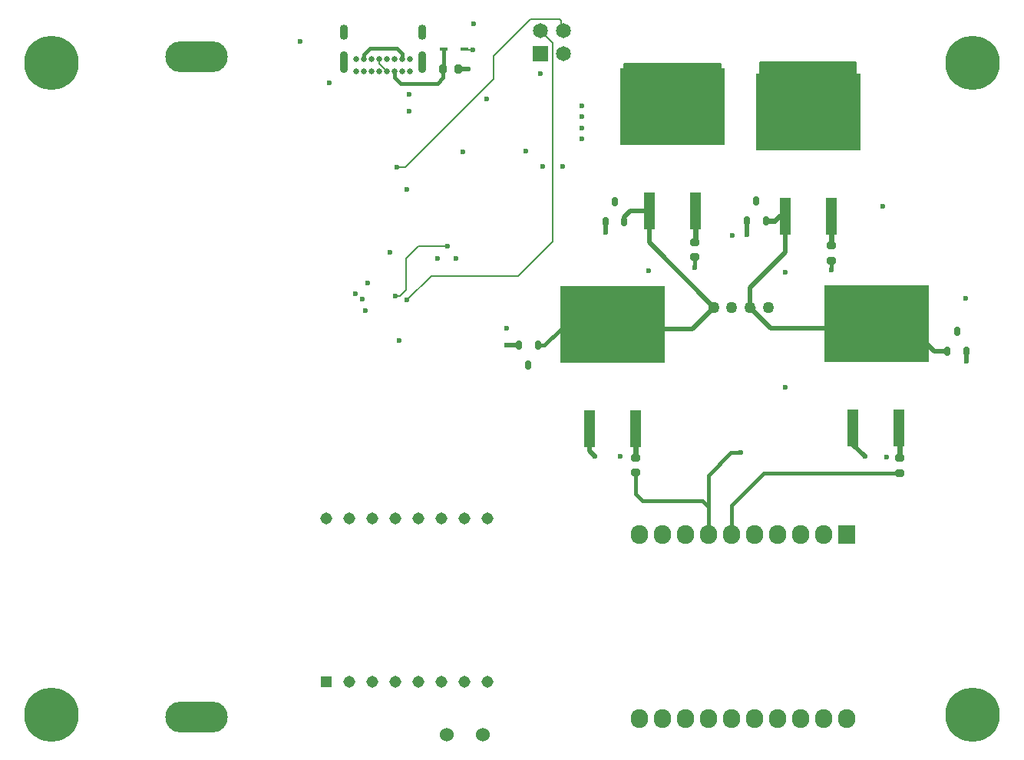
<source format=gbr>
%TF.GenerationSoftware,KiCad,Pcbnew,8.0.0*%
%TF.CreationDate,2025-02-08T12:11:07-03:30*%
%TF.ProjectId,H_Bridges,485f4272-6964-4676-9573-2e6b69636164,rev?*%
%TF.SameCoordinates,Original*%
%TF.FileFunction,Copper,L4,Bot*%
%TF.FilePolarity,Positive*%
%FSLAX46Y46*%
G04 Gerber Fmt 4.6, Leading zero omitted, Abs format (unit mm)*
G04 Created by KiCad (PCBNEW 8.0.0) date 2025-02-08 12:11:07*
%MOMM*%
%LPD*%
G01*
G04 APERTURE LIST*
G04 Aperture macros list*
%AMRoundRect*
0 Rectangle with rounded corners*
0 $1 Rounding radius*
0 $2 $3 $4 $5 $6 $7 $8 $9 X,Y pos of 4 corners*
0 Add a 4 corners polygon primitive as box body*
4,1,4,$2,$3,$4,$5,$6,$7,$8,$9,$2,$3,0*
0 Add four circle primitives for the rounded corners*
1,1,$1+$1,$2,$3*
1,1,$1+$1,$4,$5*
1,1,$1+$1,$6,$7*
1,1,$1+$1,$8,$9*
0 Add four rect primitives between the rounded corners*
20,1,$1+$1,$2,$3,$4,$5,0*
20,1,$1+$1,$4,$5,$6,$7,0*
20,1,$1+$1,$6,$7,$8,$9,0*
20,1,$1+$1,$8,$9,$2,$3,0*%
G04 Aperture macros list end*
%TA.AperFunction,Conductor*%
%ADD10C,0.200000*%
%TD*%
%TA.AperFunction,ComponentPad*%
%ADD11C,3.400000*%
%TD*%
%TA.AperFunction,ConnectorPad*%
%ADD12C,6.000000*%
%TD*%
%TA.AperFunction,ComponentPad*%
%ADD13O,6.880000X3.440000*%
%TD*%
%TA.AperFunction,ComponentPad*%
%ADD14C,0.650000*%
%TD*%
%TA.AperFunction,ComponentPad*%
%ADD15O,0.900000X1.700000*%
%TD*%
%TA.AperFunction,ComponentPad*%
%ADD16O,0.900000X2.400000*%
%TD*%
%TA.AperFunction,ComponentPad*%
%ADD17R,1.900000X2.100000*%
%TD*%
%TA.AperFunction,ComponentPad*%
%ADD18O,1.900000X2.100000*%
%TD*%
%TA.AperFunction,ComponentPad*%
%ADD19C,1.524000*%
%TD*%
%TA.AperFunction,ComponentPad*%
%ADD20R,1.308000X1.308000*%
%TD*%
%TA.AperFunction,ComponentPad*%
%ADD21C,1.308000*%
%TD*%
%TA.AperFunction,ComponentPad*%
%ADD22R,1.651000X1.651000*%
%TD*%
%TA.AperFunction,ComponentPad*%
%ADD23C,1.651000*%
%TD*%
%TA.AperFunction,SMDPad,CuDef*%
%ADD24RoundRect,0.150000X0.150000X-0.350000X0.150000X0.350000X-0.150000X0.350000X-0.150000X-0.350000X0*%
%TD*%
%TA.AperFunction,SMDPad,CuDef*%
%ADD25RoundRect,0.200000X0.275000X-0.200000X0.275000X0.200000X-0.275000X0.200000X-0.275000X-0.200000X0*%
%TD*%
%TA.AperFunction,SMDPad,CuDef*%
%ADD26RoundRect,0.200000X-0.200000X-0.275000X0.200000X-0.275000X0.200000X0.275000X-0.200000X0.275000X0*%
%TD*%
%TA.AperFunction,ComponentPad*%
%ADD27C,1.270000*%
%TD*%
%TA.AperFunction,SMDPad,CuDef*%
%ADD28R,0.812800X0.355600*%
%TD*%
%TA.AperFunction,SMDPad,CuDef*%
%ADD29R,1.244600X4.064000*%
%TD*%
%TA.AperFunction,SMDPad,CuDef*%
%ADD30R,11.531600X8.559800*%
%TD*%
%TA.AperFunction,SMDPad,CuDef*%
%ADD31RoundRect,0.150000X-0.150000X0.350000X-0.150000X-0.350000X0.150000X-0.350000X0.150000X0.350000X0*%
%TD*%
%TA.AperFunction,SMDPad,CuDef*%
%ADD32RoundRect,0.200000X-0.275000X0.200000X-0.275000X-0.200000X0.275000X-0.200000X0.275000X0.200000X0*%
%TD*%
%TA.AperFunction,ViaPad*%
%ADD33C,0.600000*%
%TD*%
%TA.AperFunction,Conductor*%
%ADD34C,0.500000*%
%TD*%
%TA.AperFunction,Conductor*%
%ADD35C,0.400000*%
%TD*%
%TA.AperFunction,Conductor*%
%ADD36C,0.600000*%
%TD*%
G04 APERTURE END LIST*
%TO.N,+5V*%
D10*
X163800000Y-52200000D02*
X174450000Y-52200000D01*
X174450000Y-56100000D01*
X163800000Y-56100000D01*
X163800000Y-52200000D01*
%TA.AperFunction,Conductor*%
G36*
X163800000Y-52200000D02*
G01*
X174450000Y-52200000D01*
X174450000Y-56100000D01*
X163800000Y-56100000D01*
X163800000Y-52200000D01*
G37*
%TD.AperFunction*%
X148875000Y-52300000D02*
X159525000Y-52300000D01*
X159525000Y-56450000D01*
X148875000Y-56450000D01*
X148875000Y-52300000D01*
%TA.AperFunction,Conductor*%
G36*
X148875000Y-52300000D02*
G01*
X159525000Y-52300000D01*
X159525000Y-56450000D01*
X148875000Y-56450000D01*
X148875000Y-52300000D01*
G37*
%TD.AperFunction*%
%TD*%
D11*
%TO.P,H4,1*%
%TO.N,unconnected-(H4-Pad1)*%
X187300000Y-124200000D03*
D12*
X187300000Y-124200000D03*
%TD*%
D11*
%TO.P,H1,1*%
%TO.N,unconnected-(H1-Pad1)*%
X187300000Y-52250000D03*
D12*
X187300000Y-52250000D03*
%TD*%
D11*
%TO.P,H3,1*%
%TO.N,unconnected-(H3-Pad1)*%
X85700000Y-124200000D03*
D12*
X85700000Y-124200000D03*
%TD*%
D13*
%TO.P,BT1,N*%
%TO.N,GND*%
X101700000Y-124450000D03*
%TO.P,BT1,P*%
%TO.N,Net-(D10-K)*%
X101700000Y-51550000D03*
%TD*%
D11*
%TO.P,H2,1*%
%TO.N,unconnected-(H2-Pad1)*%
X85700000Y-52250000D03*
D12*
X85700000Y-52250000D03*
%TD*%
D14*
%TO.P,J2,A1,GND*%
%TO.N,GND*%
X125225000Y-53180000D03*
%TO.P,J2,A4,VBUS*%
%TO.N,/Charger/VBUS*%
X124375000Y-53180000D03*
%TO.P,J2,A5,CC1*%
%TO.N,/Charger/CC1*%
X123525000Y-53180000D03*
%TO.P,J2,A6,DP1*%
%TO.N,/Charger/DP*%
X122675000Y-53180000D03*
%TO.P,J2,A7,DN1*%
%TO.N,/Charger/DN*%
X121825000Y-53180000D03*
%TO.P,J2,A8,SBU1*%
%TO.N,unconnected-(J2-SBU1-PadA8)*%
X120975000Y-53180000D03*
%TO.P,J2,A9,VBUS*%
%TO.N,/Charger/VBUS*%
X120125000Y-53180000D03*
%TO.P,J2,A12,GND*%
%TO.N,GND*%
X119275000Y-53180000D03*
%TO.P,J2,B1,GND*%
X119275000Y-51830000D03*
%TO.P,J2,B4,VBUS*%
%TO.N,/Charger/VBUS*%
X120125000Y-51830000D03*
%TO.P,J2,B5,CC2*%
%TO.N,/Charger/CC2*%
X120975000Y-51830000D03*
%TO.P,J2,B6,DP2*%
%TO.N,/Charger/DP*%
X121825000Y-51830000D03*
%TO.P,J2,B7,DN2*%
%TO.N,/Charger/DN*%
X122675000Y-51830000D03*
%TO.P,J2,B8,SBU2*%
%TO.N,unconnected-(J2-SBU2-PadB8)*%
X123525000Y-51830000D03*
%TO.P,J2,B9,VBUS*%
%TO.N,/Charger/VBUS*%
X124375000Y-51830000D03*
%TO.P,J2,B12,GND*%
%TO.N,GND*%
X125225000Y-51830000D03*
D15*
%TO.P,J2,S1,SHELL*%
X126575000Y-48820000D03*
%TO.P,J2,S2,SHELL*%
X117925000Y-48820000D03*
D16*
%TO.P,J2,S3,SHELL*%
X126575000Y-52200000D03*
%TO.P,J2,S4,SHELL*%
X117925000Y-52200000D03*
%TD*%
D17*
%TO.P,U1,1,RESET_5V*%
%TO.N,unconnected-(U1-RESET_5V-Pad1)*%
X173390000Y-104300000D03*
D18*
%TO.P,U1,2,ADC*%
%TO.N,unconnected-(U1-ADC-Pad2)*%
X170850000Y-104300000D03*
%TO.P,U1,3,CH_PD*%
%TO.N,unconnected-(U1-CH_PD-Pad3)*%
X168310000Y-104300000D03*
%TO.P,U1,4,GPIO16*%
%TO.N,/P2*%
X165770000Y-104300000D03*
%TO.P,U1,5,GPIO14*%
%TO.N,/P1*%
X163230000Y-104300000D03*
%TO.P,U1,6,GPIO12*%
%TO.N,/P3*%
X160690000Y-104300000D03*
%TO.P,U1,7,GPIO13*%
%TO.N,/P4*%
X158150000Y-104300000D03*
%TO.P,U1,8,VIN*%
%TO.N,unconnected-(U1-VIN-Pad8)*%
X155610000Y-104300000D03*
%TO.P,U1,9,VBAT*%
%TO.N,+5V*%
X153070000Y-104300000D03*
%TO.P,U1,10,GND*%
%TO.N,GND*%
X150530000Y-104300000D03*
%TO.P,U1,11,GND*%
X150530000Y-124620000D03*
%TO.P,U1,12,LDO_EN*%
%TO.N,unconnected-(U1-LDO_EN-Pad12)*%
X153070000Y-124620000D03*
%TO.P,U1,13,3.3V*%
%TO.N,+3V3*%
X155610000Y-124620000D03*
%TO.P,U1,14,GPIO15*%
%TO.N,unconnected-(U1-GPIO15-Pad14)*%
X158150000Y-124620000D03*
%TO.P,U1,15,GPIO2*%
%TO.N,unconnected-(U1-GPIO2-Pad15)*%
X160690000Y-124620000D03*
%TO.P,U1,16,GPIO0*%
%TO.N,unconnected-(U1-GPIO0-Pad16)*%
X163230000Y-124620000D03*
%TO.P,U1,17,GPIO4*%
%TO.N,unconnected-(U1-GPIO4-Pad17)*%
X165770000Y-124620000D03*
%TO.P,U1,18,GPIO5*%
%TO.N,unconnected-(U1-GPIO5-Pad18)*%
X168310000Y-124620000D03*
%TO.P,U1,19,RXD*%
%TO.N,/MP3_TX*%
X170850000Y-124620000D03*
%TO.P,U1,20,TXD*%
%TO.N,/MP3_RX*%
X173390000Y-124620000D03*
%TD*%
D19*
%TO.P,LS1,1,1*%
%TO.N,/SPK+*%
X129250000Y-126450000D03*
%TO.P,LS1,2,2*%
%TO.N,/SPK-*%
X133250000Y-126450000D03*
%TD*%
D20*
%TO.P,U4,1,VCC*%
%TO.N,+3V3*%
X116000000Y-120600000D03*
D21*
%TO.P,U4,2,RX*%
%TO.N,Net-(U4-RX)*%
X118540000Y-120600000D03*
%TO.P,U4,3,TX*%
%TO.N,Net-(U4-TX)*%
X121080000Y-120600000D03*
%TO.P,U4,4,DAC_R*%
%TO.N,unconnected-(U4-DAC_R-Pad4)*%
X123620000Y-120600000D03*
%TO.P,U4,5,DAC_L*%
%TO.N,unconnected-(U4-DAC_L-Pad5)*%
X126160000Y-120600000D03*
%TO.P,U4,6,SPK1*%
%TO.N,/SPK+*%
X128700000Y-120600000D03*
%TO.P,U4,7,GND*%
%TO.N,GND*%
X131240000Y-120600000D03*
%TO.P,U4,8,SPK2*%
%TO.N,/SPK-*%
X133780000Y-120600000D03*
%TO.P,U4,9,IO1*%
%TO.N,unconnected-(U4-IO1-Pad9)*%
X133780000Y-102566000D03*
%TO.P,U4,10,GND__1*%
%TO.N,GND*%
X131240000Y-102566000D03*
%TO.P,U4,11,IO2*%
%TO.N,unconnected-(U4-IO2-Pad11)*%
X128700000Y-102566000D03*
%TO.P,U4,12,ADKEY1*%
%TO.N,unconnected-(U4-ADKEY1-Pad12)*%
X126160000Y-102566000D03*
%TO.P,U4,13,ADKEY2*%
%TO.N,unconnected-(U4-ADKEY2-Pad13)*%
X123620000Y-102566000D03*
%TO.P,U4,14,USB+*%
%TO.N,unconnected-(U4-USB+-Pad14)*%
X121080000Y-102566000D03*
%TO.P,U4,15,USB-*%
%TO.N,unconnected-(U4-USB--Pad15)*%
X118540000Y-102566000D03*
%TO.P,U4,16,BUSY*%
%TO.N,unconnected-(U4-BUSY-Pad16)*%
X116000000Y-102566000D03*
%TD*%
D22*
%TO.P,LED1,1,1*%
%TO.N,GND*%
X139611000Y-51267200D03*
D23*
%TO.P,LED1,2,2*%
%TO.N,Net-(LED1-Pad2)*%
X142151000Y-51267200D03*
%TO.P,LED1,3,3*%
%TO.N,Net-(U2-\u002ACHG)*%
X139611000Y-48727200D03*
%TO.P,LED1,4,4*%
%TO.N,VDD*%
X142151000Y-48727200D03*
%TD*%
D24*
%TO.P,D9,1,A*%
%TO.N,GND*%
X186580000Y-84100000D03*
%TO.P,D9,2,C*%
%TO.N,/Coil_B-*%
X184520000Y-84100000D03*
%TO.P,D9,3*%
%TO.N,N/C*%
X185550000Y-81900000D03*
%TD*%
D25*
%TO.P,R6,1*%
%TO.N,/P4*%
X150100000Y-97475000D03*
%TO.P,R6,2*%
%TO.N,Net-(Q6-Pad1)*%
X150100000Y-95825000D03*
%TD*%
%TO.P,R5,1*%
%TO.N,/P3*%
X156650000Y-73675000D03*
%TO.P,R5,2*%
%TO.N,Net-(Q5-Pad1)*%
X156650000Y-72025000D03*
%TD*%
D26*
%TO.P,R13,1*%
%TO.N,/Charger/CC1*%
X128877600Y-52910000D03*
%TO.P,R13,2*%
%TO.N,GND*%
X130527600Y-52910000D03*
%TD*%
D27*
%TO.P,J1,1,1*%
%TO.N,/Coil_A+*%
X164735849Y-79223350D03*
%TO.P,J1,2,2*%
%TO.N,/Coil_B-*%
X162735850Y-79223350D03*
%TO.P,J1,3,3*%
%TO.N,/Coil_A-*%
X160735849Y-79223350D03*
%TO.P,J1,4,4*%
%TO.N,/Coil_B+*%
X158735851Y-79223350D03*
%TD*%
D25*
%TO.P,R8,1*%
%TO.N,/P3*%
X179250000Y-97537700D03*
%TO.P,R8,2*%
%TO.N,Net-(Q8-Pad1)*%
X179250000Y-95887700D03*
%TD*%
D28*
%TO.P,D13,1,K*%
%TO.N,/Charger/CC1*%
X128982400Y-50760000D03*
%TO.P,D13,2,A*%
%TO.N,GND*%
X131217600Y-50760000D03*
%TD*%
D29*
%TO.P,Q6,1*%
%TO.N,Net-(Q6-Pad1)*%
X150090000Y-92626200D03*
D30*
%TO.P,Q6,2*%
%TO.N,/Coil_B+*%
X147600800Y-81107300D03*
D29*
%TO.P,Q6,3*%
%TO.N,GND*%
X145010000Y-92626200D03*
%TD*%
D31*
%TO.P,D7,1,A*%
%TO.N,GND*%
X137270000Y-83400000D03*
%TO.P,D7,2,C*%
%TO.N,/Coil_B+*%
X139330000Y-83400000D03*
%TO.P,D7,3*%
%TO.N,N/C*%
X138300000Y-85600000D03*
%TD*%
D29*
%TO.P,Q8,1*%
%TO.N,Net-(Q8-Pad1)*%
X179190000Y-92574000D03*
D30*
%TO.P,Q8,2*%
%TO.N,/Coil_B-*%
X176700800Y-81055100D03*
D29*
%TO.P,Q8,3*%
%TO.N,GND*%
X174110000Y-92574000D03*
%TD*%
D24*
%TO.P,D8,1,A*%
%TO.N,/Coil_B-*%
X164470750Y-69710750D03*
%TO.P,D8,2,C*%
%TO.N,+5V*%
X162410750Y-69710750D03*
%TO.P,D8,3*%
%TO.N,N/C*%
X163440750Y-67510750D03*
%TD*%
D32*
%TO.P,R7,1*%
%TO.N,Net-(Q7-Pad1)*%
X171700000Y-72425000D03*
%TO.P,R7,2*%
%TO.N,/P4*%
X171700000Y-74075000D03*
%TD*%
D29*
%TO.P,Q5,1*%
%TO.N,Net-(Q5-Pad1)*%
X156680750Y-68591950D03*
D30*
%TO.P,Q5,2*%
%TO.N,+5V*%
X154191550Y-57073050D03*
D29*
%TO.P,Q5,3*%
%TO.N,/Coil_B+*%
X151600750Y-68591950D03*
%TD*%
%TO.P,Q7,1*%
%TO.N,Net-(Q7-Pad1)*%
X171690000Y-69174000D03*
D30*
%TO.P,Q7,2*%
%TO.N,+5V*%
X169200800Y-57655100D03*
D29*
%TO.P,Q7,3*%
%TO.N,/Coil_B-*%
X166610000Y-69174000D03*
%TD*%
D24*
%TO.P,D6,1,A*%
%TO.N,/Coil_B+*%
X148870750Y-69740750D03*
%TO.P,D6,2,C*%
%TO.N,+5V*%
X146810750Y-69740750D03*
%TO.P,D6,3*%
%TO.N,N/C*%
X147840750Y-67540750D03*
%TD*%
D33*
%TO.N,GND*%
X177400000Y-68100000D03*
X139600000Y-53450000D03*
X124050000Y-82900000D03*
X177800000Y-95750000D03*
X132270000Y-47940000D03*
X135859250Y-81559250D03*
X133700000Y-56200000D03*
X138000000Y-61950000D03*
X124925000Y-66260000D03*
X131100000Y-62050000D03*
X125125000Y-57580000D03*
X113100000Y-49920000D03*
X116300000Y-54420000D03*
X142100000Y-63650000D03*
X130289734Y-73800834D03*
X125125000Y-55680000D03*
X148450000Y-95650000D03*
X139900000Y-63650000D03*
X128289734Y-73800834D03*
X119950000Y-78300000D03*
X120550000Y-76550000D03*
X123000000Y-73200000D03*
X145600000Y-95650000D03*
X175400000Y-95700000D03*
X132180000Y-50790000D03*
X186600000Y-85200000D03*
X135930000Y-83400000D03*
X131627600Y-52910000D03*
%TO.N,Net-(D10-K)*%
X123600000Y-78000000D03*
X129350000Y-72450000D03*
%TO.N,VDD*%
X123800000Y-63750000D03*
%TO.N,+5V*%
X168392860Y-52800000D03*
X150950000Y-52800000D03*
X165964290Y-52800000D03*
X153378570Y-52800000D03*
X144150000Y-58214285D03*
X173250000Y-52800000D03*
X144150000Y-60642855D03*
X170821430Y-52800000D03*
X144150000Y-57000000D03*
X154592855Y-52800000D03*
X186550000Y-78200000D03*
X152164285Y-52800000D03*
X155807140Y-52800000D03*
X167178575Y-52800000D03*
X157021425Y-52800000D03*
X160800000Y-71300000D03*
X169607145Y-52800000D03*
X164750000Y-52800000D03*
X144150000Y-59428570D03*
X172035715Y-52800000D03*
X149735710Y-52800000D03*
X158235710Y-52800000D03*
X162400000Y-71200000D03*
X146800000Y-70950000D03*
%TO.N,Net-(Q10-S)*%
X119250000Y-77700000D03*
X120350000Y-79599999D03*
%TO.N,/P1*%
X166650000Y-88100000D03*
X166600000Y-75400000D03*
%TO.N,/P2*%
X151550000Y-75200000D03*
%TO.N,/P3*%
X156650000Y-74850000D03*
%TO.N,/P4*%
X171700000Y-75100000D03*
X161750000Y-95250000D03*
%TO.N,Net-(U2-\u002ACHG)*%
X124900000Y-78400000D03*
%TD*%
D34*
%TO.N,GND*%
X186580000Y-84100000D02*
X186580000Y-85180000D01*
X131627600Y-52910000D02*
X130527600Y-52910000D01*
X174110000Y-94410000D02*
X175400000Y-95700000D01*
D10*
X131247600Y-50790000D02*
X131217600Y-50760000D01*
D34*
X145010000Y-92626200D02*
X145010000Y-95060000D01*
X145010000Y-95060000D02*
X145600000Y-95650000D01*
D10*
X174110000Y-92574000D02*
X174110000Y-94410000D01*
X132180000Y-50790000D02*
X131247600Y-50790000D01*
X186580000Y-85180000D02*
X186600000Y-85200000D01*
D34*
X137270000Y-83400000D02*
X135930000Y-83400000D01*
D10*
%TO.N,Net-(D10-K)*%
X124800000Y-73800000D02*
X126150000Y-72450000D01*
X124150000Y-78000000D02*
X124800000Y-77350000D01*
X123600000Y-78000000D02*
X124150000Y-78000000D01*
X126150000Y-72450000D02*
X129350000Y-72450000D01*
X124800000Y-77350000D02*
X124800000Y-73800000D01*
%TO.N,VDD*%
X141900000Y-48476200D02*
X142151000Y-48727200D01*
X134450000Y-51500000D02*
X138550000Y-47400000D01*
X134450000Y-54000000D02*
X134450000Y-51500000D01*
X138550000Y-47400000D02*
X141750000Y-47400000D01*
X141750000Y-47400000D02*
X141900000Y-47550000D01*
X141900000Y-47550000D02*
X141900000Y-48476200D01*
X124700000Y-63750000D02*
X134450000Y-54000000D01*
X123800000Y-63750000D02*
X124700000Y-63750000D01*
D35*
%TO.N,/Charger/VBUS*%
X124375000Y-51225000D02*
X124375000Y-51830000D01*
X120125000Y-51830000D02*
X120125000Y-51275000D01*
X120125000Y-51275000D02*
X120800000Y-50600000D01*
X120800000Y-50600000D02*
X123750000Y-50600000D01*
X123750000Y-50600000D02*
X124375000Y-51225000D01*
D10*
%TO.N,+5V*%
X146810750Y-70939250D02*
X146800000Y-70950000D01*
D34*
X162410750Y-69710750D02*
X162410750Y-71189250D01*
D10*
X173250000Y-55131500D02*
X170840750Y-57540750D01*
D34*
X146810750Y-69740750D02*
X146810750Y-70939250D01*
D10*
X162410750Y-71189250D02*
X162400000Y-71200000D01*
D34*
%TO.N,/Coil_B+*%
X156369301Y-81589900D02*
X158735851Y-79223350D01*
X147550000Y-81589900D02*
X156369301Y-81589900D01*
X151600750Y-68591950D02*
X151600750Y-72088249D01*
X149558050Y-68591950D02*
X151600750Y-68591950D01*
D35*
X141860100Y-81589900D02*
X147550000Y-81589900D01*
X140050000Y-83400000D02*
X141860100Y-81589900D01*
D34*
X151600750Y-72088249D02*
X158735851Y-79223350D01*
X148870750Y-69279250D02*
X149558050Y-68591950D01*
D35*
X139330000Y-83400000D02*
X140050000Y-83400000D01*
D10*
X148870750Y-69740750D02*
X148870750Y-69279250D01*
D34*
%TO.N,/Coil_B-*%
X166610000Y-73140000D02*
X166610000Y-69174000D01*
D36*
X165439250Y-69710750D02*
X164470750Y-69710750D01*
D34*
X183050000Y-84100000D02*
X184520000Y-84100000D01*
D10*
X166610000Y-69174000D02*
X165976000Y-69174000D01*
X176650000Y-81537700D02*
X180487700Y-81537700D01*
D34*
X176650000Y-81537700D02*
X165050200Y-81537700D01*
X162735850Y-77014150D02*
X166610000Y-73140000D01*
D36*
X165976000Y-69174000D02*
X165439250Y-69710750D01*
D10*
X163326650Y-79223350D02*
X162735850Y-79223350D01*
D34*
X180487700Y-81537700D02*
X183050000Y-84100000D01*
D10*
X162750000Y-79209200D02*
X162735850Y-79223350D01*
D34*
X162735850Y-79223350D02*
X162735850Y-77014150D01*
X165050200Y-81537700D02*
X162735850Y-79223350D01*
D35*
%TO.N,/Charger/CC1*%
X128877600Y-52910000D02*
X128877600Y-53892400D01*
X124200000Y-54520000D02*
X128250000Y-54520000D01*
X123525000Y-53845000D02*
X124200000Y-54520000D01*
D10*
X128982400Y-52805200D02*
X128877600Y-52910000D01*
D35*
X128877600Y-53892400D02*
X128250000Y-54520000D01*
X128982400Y-50760000D02*
X128982400Y-52805200D01*
X123525000Y-53180000D02*
X123525000Y-53845000D01*
D10*
%TO.N,/Charger/DP*%
X122675000Y-53146116D02*
X122675000Y-53180000D01*
X121825000Y-51830000D02*
X121825000Y-52296116D01*
X121825000Y-52296116D02*
X122675000Y-53146116D01*
%TO.N,Net-(Q5-Pad1)*%
X156680750Y-71980750D02*
X156740750Y-72040750D01*
D36*
X156680750Y-68591950D02*
X156680750Y-71980750D01*
%TO.N,Net-(Q6-Pad1)*%
X150100000Y-95825000D02*
X150100000Y-92636200D01*
D10*
X150100000Y-92636200D02*
X150090000Y-92626200D01*
%TO.N,Net-(Q7-Pad1)*%
X171690000Y-72415000D02*
X171700000Y-72425000D01*
D36*
X171690000Y-69174000D02*
X171690000Y-72415000D01*
%TO.N,Net-(Q8-Pad1)*%
X179250000Y-95887700D02*
X179250000Y-92634000D01*
D10*
X179250000Y-92634000D02*
X179190000Y-92574000D01*
D35*
%TO.N,/P3*%
X164262300Y-97537700D02*
X160661200Y-101138800D01*
X156650000Y-73675000D02*
X156650000Y-74850000D01*
X179250000Y-97537700D02*
X164262300Y-97537700D01*
X160661200Y-101138800D02*
X160661200Y-104280000D01*
D10*
%TO.N,/P4*%
X158121200Y-101271200D02*
X158121200Y-104280000D01*
D35*
X157450000Y-100600000D02*
X158121200Y-101271200D01*
X171700000Y-74075000D02*
X171700000Y-74950000D01*
X150100000Y-97475000D02*
X150100000Y-99800000D01*
X158121200Y-97778800D02*
X158121200Y-104280000D01*
X161750000Y-95250000D02*
X160650000Y-95250000D01*
X150900000Y-100600000D02*
X157450000Y-100600000D01*
X150100000Y-99800000D02*
X150900000Y-100600000D01*
D10*
X171700000Y-74950000D02*
X171600000Y-75050000D01*
D35*
X160650000Y-95250000D02*
X158121200Y-97778800D01*
D10*
%TO.N,Net-(U2-\u002ACHG)*%
X124900000Y-78400000D02*
X127550000Y-75750000D01*
X140950000Y-71950000D02*
X140950000Y-50066200D01*
X127550000Y-75750000D02*
X137150000Y-75750000D01*
X137150000Y-75750000D02*
X140950000Y-71950000D01*
X140950000Y-50066200D02*
X139611000Y-48727200D01*
%TD*%
M02*

</source>
